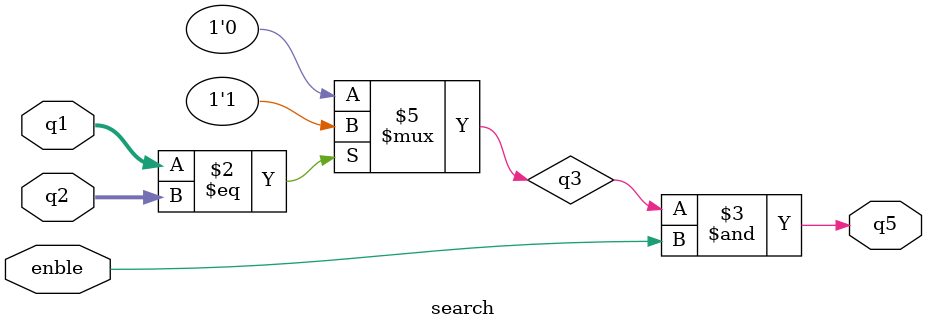
<source format=v>
module search(              
              q1      ,
              q2      ,
              q5      ,
              enble             
);
               

//Parameter
parameter
              A=8     ,     // A : Adress width    D : Data width 
              D=8
;       

//wire&reg
input   wire  enble   
;

input   wire  [D-1:0]                             
              q1      ,
              q2  
;  
reg           
              q3  
;
output  wire  
              q5  
;


//logic

always@(q1,q2   )
  begin
    if(q1==q2)
        q3  <=1'b1;
    else             
        q3  <=1'b0;
  end

assign q5   = q3 & enble;


 
endmodule
</source>
